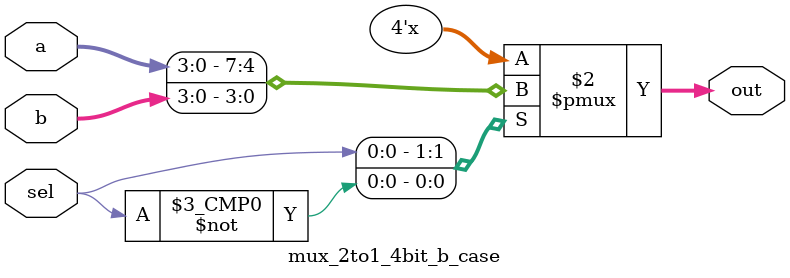
<source format=v>
module mux_2to1_4bit_b_case(
    input [3:0] a,
    input [3:0] b,
    input sel,
    output reg [3:0] out
    );
    
    always @(a or b or sel) begin
        case(sel)
            1 : out = a;
            0 : out = b;
            default : out = b;
        endcase
    end
    
endmodule


</source>
